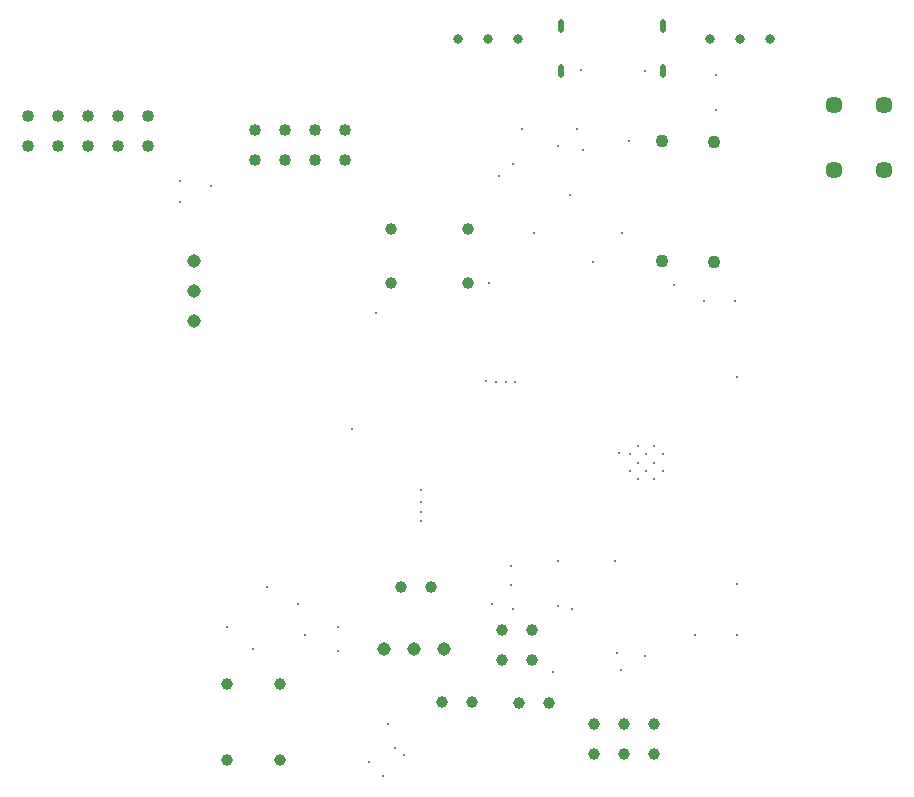
<source format=gbr>
%TF.GenerationSoftware,KiCad,Pcbnew,8.0.8*%
%TF.CreationDate,2025-03-31T15:53:07-05:00*%
%TF.ProjectId,Final Project V1,46696e61-6c20-4507-926f-6a6563742056,rev?*%
%TF.SameCoordinates,Original*%
%TF.FileFunction,Plated,1,2,PTH,Mixed*%
%TF.FilePolarity,Positive*%
%FSLAX46Y46*%
G04 Gerber Fmt 4.6, Leading zero omitted, Abs format (unit mm)*
G04 Created by KiCad (PCBNEW 8.0.8) date 2025-03-31 15:53:07*
%MOMM*%
%LPD*%
G01*
G04 APERTURE LIST*
%TA.AperFunction,ComponentDrill*%
%ADD10C,0.200000*%
%TD*%
%TA.AperFunction,ViaDrill*%
%ADD11C,0.300000*%
%TD*%
G04 aperture for slot hole*
%TA.AperFunction,ComponentDrill*%
%ADD12C,0.500000*%
%TD*%
%TA.AperFunction,ComponentDrill*%
%ADD13C,0.800000*%
%TD*%
%TA.AperFunction,ComponentDrill*%
%ADD14C,0.990000*%
%TD*%
%TA.AperFunction,ComponentDrill*%
%ADD15C,1.000000*%
%TD*%
%TA.AperFunction,ComponentDrill*%
%ADD16C,1.016000*%
%TD*%
%TA.AperFunction,ComponentDrill*%
%ADD17C,1.020000*%
%TD*%
%TA.AperFunction,ComponentDrill*%
%ADD18C,1.100000*%
%TD*%
%TA.AperFunction,ComponentDrill*%
%ADD19C,1.143000*%
%TD*%
%TA.AperFunction,ComponentDrill*%
%ADD20C,1.447800*%
%TD*%
G04 APERTURE END LIST*
D10*
%TO.C,U2*%
X201880000Y-107750000D03*
X201880000Y-109150000D03*
X202580000Y-107050000D03*
X202580000Y-108450000D03*
X202580000Y-109850000D03*
X203280000Y-107750000D03*
X203280000Y-109150000D03*
X203980000Y-107050000D03*
X203980000Y-108450000D03*
X203980000Y-109850000D03*
X204680000Y-107750000D03*
X204680000Y-109150000D03*
%TD*%
D11*
X163800000Y-84600000D03*
X163800000Y-86400000D03*
X166400000Y-85000000D03*
X167800000Y-122400000D03*
X170000000Y-124200000D03*
X171200000Y-119000000D03*
X173800000Y-120400000D03*
X174400000Y-123000000D03*
X177200000Y-122400000D03*
X177200000Y-124400000D03*
X178400000Y-105600000D03*
X179800000Y-133800000D03*
X180437500Y-95800000D03*
X181000000Y-135000000D03*
X181400000Y-130600000D03*
X182000000Y-132600000D03*
X182800000Y-133200000D03*
X184200000Y-110800000D03*
X184200000Y-111800000D03*
X184200000Y-112600000D03*
X184200000Y-113400000D03*
X189700000Y-101500000D03*
X190000000Y-93200000D03*
X190200000Y-120400000D03*
X190600000Y-101600000D03*
X190800000Y-84200000D03*
X191400000Y-101600000D03*
X191800000Y-117200000D03*
X191800000Y-118800000D03*
X192000000Y-120800000D03*
X192037500Y-83200000D03*
X192200000Y-101600000D03*
X192800000Y-80200000D03*
X193800000Y-89037500D03*
X195400000Y-126200000D03*
X195800000Y-81600000D03*
X195800000Y-116800000D03*
X195800000Y-120600000D03*
X196837500Y-85800000D03*
X197000000Y-120800000D03*
X197400000Y-80200000D03*
X197777815Y-75179315D03*
X197945000Y-82000000D03*
X198800000Y-91450000D03*
X200600000Y-116800000D03*
X200800000Y-124600000D03*
X201000000Y-107600000D03*
X201187500Y-126012500D03*
X201200000Y-89037500D03*
X201800000Y-81200000D03*
X203150000Y-75305000D03*
X203200000Y-124800000D03*
X205600000Y-93400000D03*
X207400000Y-123000000D03*
X208200000Y-94762500D03*
X209200000Y-75600000D03*
X209200000Y-78550000D03*
X210800000Y-94762500D03*
X211000000Y-101200000D03*
X211000000Y-118700000D03*
X211000000Y-123000000D03*
D12*
%TO.C,USB-C1*%
X196080000Y-71150000D02*
X196080000Y-71850000D01*
X196080000Y-74950000D02*
X196080000Y-75650000D01*
X204720000Y-71150000D02*
X204720000Y-71850000D01*
X204720000Y-74950000D02*
X204720000Y-75650000D01*
D13*
%TO.C,SW4*%
X187320000Y-72600000D03*
X189860000Y-72600000D03*
X192400000Y-72600000D03*
%TO.C,SW5*%
X208720000Y-72600000D03*
X211260000Y-72600000D03*
X213800000Y-72600000D03*
D14*
%TO.C,SW6*%
X167750000Y-127150000D03*
X167750000Y-133650000D03*
X172250000Y-127150000D03*
X172250000Y-133650000D03*
%TO.C,SW3*%
X181700000Y-88700000D03*
X181700000Y-93200000D03*
X188200000Y-88700000D03*
X188200000Y-93200000D03*
D15*
%TO.C,J7*%
X182535000Y-119000000D03*
X185075000Y-119000000D03*
%TO.C,J5*%
X186025000Y-128750000D03*
X188565000Y-128750000D03*
%TO.C,J3*%
X191060000Y-122600000D03*
X191060000Y-125140000D03*
%TO.C,J4*%
X192535000Y-128800000D03*
%TO.C,J3*%
X193600000Y-122600000D03*
X193600000Y-125140000D03*
%TO.C,J4*%
X195075000Y-128800000D03*
%TO.C,J2*%
X198860000Y-130600000D03*
X198860000Y-133140000D03*
X201400000Y-130600000D03*
X201400000Y-133140000D03*
X203940000Y-130600000D03*
X203940000Y-133140000D03*
D16*
%TO.C,J9*%
X150920000Y-79079700D03*
X150920000Y-81619700D03*
X153460000Y-79079700D03*
X153460000Y-81619700D03*
X156000000Y-79079700D03*
X156000000Y-81619700D03*
X158540000Y-79079700D03*
X158540000Y-81619700D03*
X161080000Y-79079700D03*
X161080000Y-81619700D03*
D17*
%TO.C,J8*%
X170190000Y-80287500D03*
X170190000Y-82827500D03*
X172730000Y-80287500D03*
X172730000Y-82827500D03*
X175270000Y-80287500D03*
X175270000Y-82827500D03*
X177810000Y-80287500D03*
X177810000Y-82827500D03*
D18*
%TO.C,D1*%
X204600000Y-81240000D03*
X204600000Y-91400000D03*
%TO.C,D2*%
X209000000Y-81320000D03*
X209000000Y-91480000D03*
D19*
%TO.C,U4*%
X165000000Y-91400000D03*
X165000000Y-93940000D03*
X165000000Y-96480000D03*
%TO.C,U5*%
X181060000Y-124200000D03*
X183600000Y-124200000D03*
X186140000Y-124200000D03*
D20*
%TO.C,J1*%
X219200000Y-78200000D03*
X219200000Y-83699999D03*
X223399998Y-78200000D03*
X223399998Y-83699999D03*
M02*

</source>
